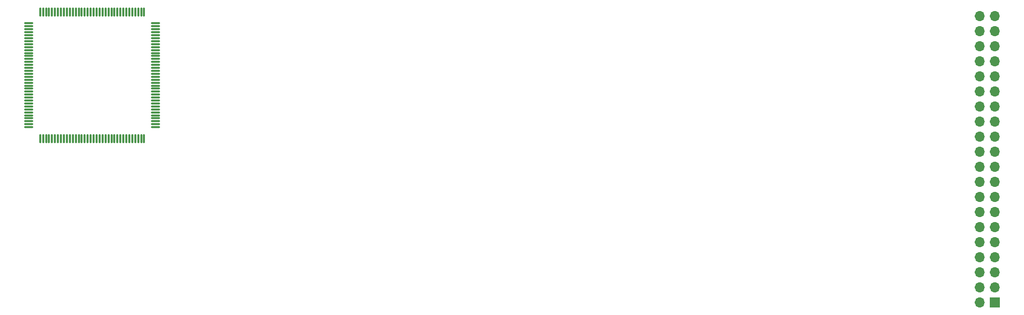
<source format=gbr>
G04 #@! TF.GenerationSoftware,KiCad,Pcbnew,7.0.7*
G04 #@! TF.CreationDate,2023-08-18T22:09:09-04:00*
G04 #@! TF.ProjectId,OpenAndromeda,4f70656e-416e-4647-926f-6d6564612e6b,rev?*
G04 #@! TF.SameCoordinates,Original*
G04 #@! TF.FileFunction,Soldermask,Top*
G04 #@! TF.FilePolarity,Negative*
%FSLAX46Y46*%
G04 Gerber Fmt 4.6, Leading zero omitted, Abs format (unit mm)*
G04 Created by KiCad (PCBNEW 7.0.7) date 2023-08-18 22:09:09*
%MOMM*%
%LPD*%
G01*
G04 APERTURE LIST*
G04 Aperture macros list*
%AMRoundRect*
0 Rectangle with rounded corners*
0 $1 Rounding radius*
0 $2 $3 $4 $5 $6 $7 $8 $9 X,Y pos of 4 corners*
0 Add a 4 corners polygon primitive as box body*
4,1,4,$2,$3,$4,$5,$6,$7,$8,$9,$2,$3,0*
0 Add four circle primitives for the rounded corners*
1,1,$1+$1,$2,$3*
1,1,$1+$1,$4,$5*
1,1,$1+$1,$6,$7*
1,1,$1+$1,$8,$9*
0 Add four rect primitives between the rounded corners*
20,1,$1+$1,$2,$3,$4,$5,0*
20,1,$1+$1,$4,$5,$6,$7,0*
20,1,$1+$1,$6,$7,$8,$9,0*
20,1,$1+$1,$8,$9,$2,$3,0*%
G04 Aperture macros list end*
%ADD10R,1.700000X1.700000*%
%ADD11O,1.700000X1.700000*%
%ADD12RoundRect,0.075000X0.075000X-0.662500X0.075000X0.662500X-0.075000X0.662500X-0.075000X-0.662500X0*%
%ADD13RoundRect,0.075000X0.662500X-0.075000X0.662500X0.075000X-0.662500X0.075000X-0.662500X-0.075000X0*%
G04 APERTURE END LIST*
D10*
X196342000Y-133350000D03*
D11*
X193802000Y-133350000D03*
X196342000Y-130810000D03*
X193802000Y-130810000D03*
X196342000Y-128270000D03*
X193802000Y-128270000D03*
X196342000Y-125730000D03*
X193802000Y-125730000D03*
X196342000Y-123190000D03*
X193802000Y-123190000D03*
X196342000Y-120650000D03*
X193802000Y-120650000D03*
X196342000Y-118110000D03*
X193802000Y-118110000D03*
X196342000Y-115570000D03*
X193802000Y-115570000D03*
X196342000Y-113030000D03*
X193802000Y-113030000D03*
X196342000Y-110490000D03*
X193802000Y-110490000D03*
X196342000Y-107950000D03*
X193802000Y-107950000D03*
X196342000Y-105410000D03*
X193802000Y-105410000D03*
X196342000Y-102870000D03*
X193802000Y-102870000D03*
X196342000Y-100330000D03*
X193802000Y-100330000D03*
X196342000Y-97790000D03*
X193802000Y-97790000D03*
X196342000Y-95250000D03*
X193802000Y-95250000D03*
X196342000Y-92710000D03*
X193802000Y-92710000D03*
X196342000Y-90170000D03*
X193802000Y-90170000D03*
X196342000Y-87630000D03*
X193802000Y-87630000D03*
X196342000Y-85090000D03*
X193802000Y-85090000D03*
D12*
X35705500Y-105726500D03*
X36205500Y-105726500D03*
X36705500Y-105726500D03*
X37205500Y-105726500D03*
X37705500Y-105726500D03*
X38205500Y-105726500D03*
X38705500Y-105726500D03*
X39205500Y-105726500D03*
X39705500Y-105726500D03*
X40205500Y-105726500D03*
X40705500Y-105726500D03*
X41205500Y-105726500D03*
X41705500Y-105726500D03*
X42205500Y-105726500D03*
X42705500Y-105726500D03*
X43205500Y-105726500D03*
X43705500Y-105726500D03*
X44205500Y-105726500D03*
X44705500Y-105726500D03*
X45205500Y-105726500D03*
X45705500Y-105726500D03*
X46205500Y-105726500D03*
X46705500Y-105726500D03*
X47205500Y-105726500D03*
X47705500Y-105726500D03*
X48205500Y-105726500D03*
X48705500Y-105726500D03*
X49205500Y-105726500D03*
X49705500Y-105726500D03*
X50205500Y-105726500D03*
X50705500Y-105726500D03*
X51205500Y-105726500D03*
X51705500Y-105726500D03*
X52205500Y-105726500D03*
X52705500Y-105726500D03*
X53205500Y-105726500D03*
D13*
X55118000Y-103814000D03*
X55118000Y-103314000D03*
X55118000Y-102814000D03*
X55118000Y-102314000D03*
X55118000Y-101814000D03*
X55118000Y-101314000D03*
X55118000Y-100814000D03*
X55118000Y-100314000D03*
X55118000Y-99814000D03*
X55118000Y-99314000D03*
X55118000Y-98814000D03*
X55118000Y-98314000D03*
X55118000Y-97814000D03*
X55118000Y-97314000D03*
X55118000Y-96814000D03*
X55118000Y-96314000D03*
X55118000Y-95814000D03*
X55118000Y-95314000D03*
X55118000Y-94814000D03*
X55118000Y-94314000D03*
X55118000Y-93814000D03*
X55118000Y-93314000D03*
X55118000Y-92814000D03*
X55118000Y-92314000D03*
X55118000Y-91814000D03*
X55118000Y-91314000D03*
X55118000Y-90814000D03*
X55118000Y-90314000D03*
X55118000Y-89814000D03*
X55118000Y-89314000D03*
X55118000Y-88814000D03*
X55118000Y-88314000D03*
X55118000Y-87814000D03*
X55118000Y-87314000D03*
X55118000Y-86814000D03*
X55118000Y-86314000D03*
D12*
X53205500Y-84401500D03*
X52705500Y-84401500D03*
X52205500Y-84401500D03*
X51705500Y-84401500D03*
X51205500Y-84401500D03*
X50705500Y-84401500D03*
X50205500Y-84401500D03*
X49705500Y-84401500D03*
X49205500Y-84401500D03*
X48705500Y-84401500D03*
X48205500Y-84401500D03*
X47705500Y-84401500D03*
X47205500Y-84401500D03*
X46705500Y-84401500D03*
X46205500Y-84401500D03*
X45705500Y-84401500D03*
X45205500Y-84401500D03*
X44705500Y-84401500D03*
X44205500Y-84401500D03*
X43705500Y-84401500D03*
X43205500Y-84401500D03*
X42705500Y-84401500D03*
X42205500Y-84401500D03*
X41705500Y-84401500D03*
X41205500Y-84401500D03*
X40705500Y-84401500D03*
X40205500Y-84401500D03*
X39705500Y-84401500D03*
X39205500Y-84401500D03*
X38705500Y-84401500D03*
X38205500Y-84401500D03*
X37705500Y-84401500D03*
X37205500Y-84401500D03*
X36705500Y-84401500D03*
X36205500Y-84401500D03*
X35705500Y-84401500D03*
D13*
X33793000Y-86314000D03*
X33793000Y-86814000D03*
X33793000Y-87314000D03*
X33793000Y-87814000D03*
X33793000Y-88314000D03*
X33793000Y-88814000D03*
X33793000Y-89314000D03*
X33793000Y-89814000D03*
X33793000Y-90314000D03*
X33793000Y-90814000D03*
X33793000Y-91314000D03*
X33793000Y-91814000D03*
X33793000Y-92314000D03*
X33793000Y-92814000D03*
X33793000Y-93314000D03*
X33793000Y-93814000D03*
X33793000Y-94314000D03*
X33793000Y-94814000D03*
X33793000Y-95314000D03*
X33793000Y-95814000D03*
X33793000Y-96314000D03*
X33793000Y-96814000D03*
X33793000Y-97314000D03*
X33793000Y-97814000D03*
X33793000Y-98314000D03*
X33793000Y-98814000D03*
X33793000Y-99314000D03*
X33793000Y-99814000D03*
X33793000Y-100314000D03*
X33793000Y-100814000D03*
X33793000Y-101314000D03*
X33793000Y-101814000D03*
X33793000Y-102314000D03*
X33793000Y-102814000D03*
X33793000Y-103314000D03*
X33793000Y-103814000D03*
M02*

</source>
